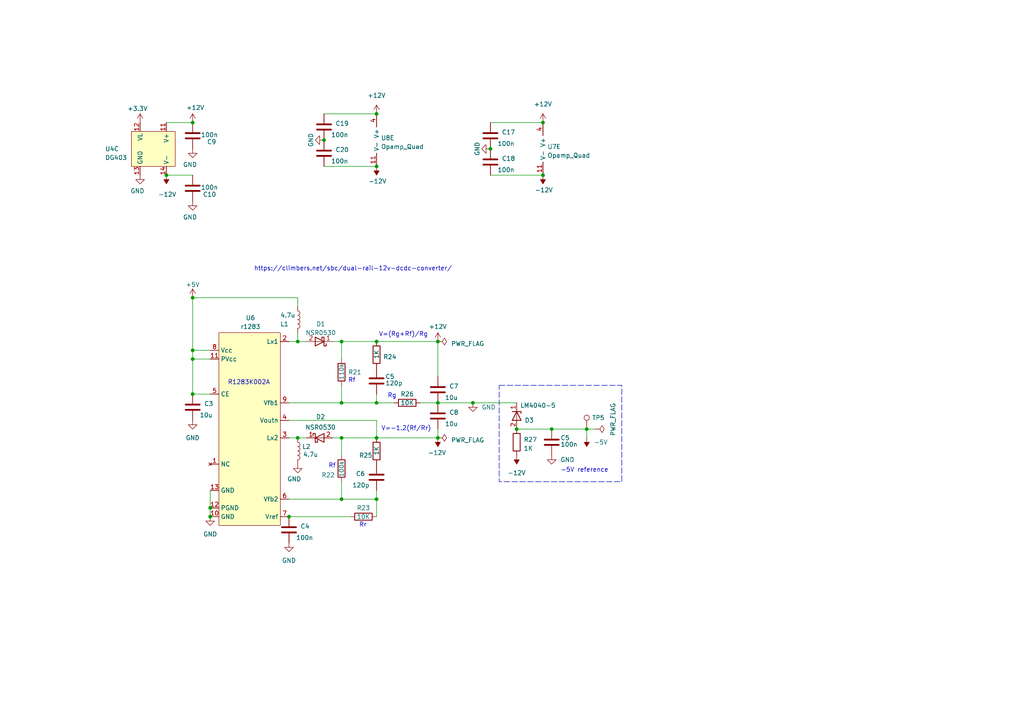
<source format=kicad_sch>
(kicad_sch (version 20230121) (generator eeschema)
  (paper "A4")
  (lib_symbols
    (symbol "Connector:TestPoint" (pin_numbers hide) (pin_names (offset 0.762) hide)
      (property "Reference" "TP" (at 0 6.858 0))
      (property "Value" "TestPoint" (at 0 5.08 0))
      (symbol "TestPoint_0_1"
        (circle (center 0 3.302) (radius 0.762))
      )
      (symbol "TestPoint_1_1"
        (pin passive line (at 0 0 90) (length 2.54) (name "1") (number "1"))
      )
    )
    (symbol "D_Schottky_1" (pin_names (offset 1.016) hide)
      (property "Reference" "D" (at 0 2.54 0))
      (property "Value" "D_Schottky_1" (at 0 -2.54 0))
      (symbol "D_Schottky_1_0_1"
        (polyline (pts (xy 1.27 0) (xy -1.27 0)))
        (polyline (pts (xy 1.27 1.27) (xy 1.27 -1.27) (xy -1.27 0) (xy 1.27 1.27)) (stroke (width 0.254)))
        (polyline (pts (xy -1.905 0.635) (xy -1.905 1.27) (xy -1.27 1.27) (xy -1.27 -1.27) (xy -0.635 -1.27) (xy -0.635 -0.635)) (stroke (width 0.254)))
      )
      (symbol "D_Schottky_1_1_1"
        (pin passive line (at -3.81 0 0) (length 2.54) (name "K") (number "1"))
        (pin passive line (at 3.81 0 180) (length 2.54) (name "A") (number "2"))
      )
    )
    (symbol "Device:C" (pin_numbers hide) (pin_names (offset 0.254))
      (property "Reference" "C" (at 0.635 2.54 0))
      (property "Value" "C" (at 0.635 -2.54 0))
      (symbol "C_0_1"
        (polyline (pts (xy -2.032 -0.762) (xy 2.032 -0.762)) (stroke (width 0.508)))
        (polyline (pts (xy -2.032 0.762) (xy 2.032 0.762)) (stroke (width 0.508)))
      )
      (symbol "C_1_1"
        (pin passive line (at 0 3.81 270) (length 2.794) (name "~") (number "1"))
        (pin passive line (at 0 -3.81 90) (length 2.794) (name "~") (number "2"))
      )
    )
    (symbol "Device:D_Zener" (pin_names (offset 1.016) hide)
      (property "Reference" "D" (at 0 2.54 0))
      (property "Value" "D_Zener" (at 0 -2.54 0))
      (symbol "D_Zener_0_1"
        (polyline (pts (xy 1.27 0) (xy -1.27 0)))
        (polyline (pts (xy -1.27 -1.27) (xy -1.27 1.27) (xy -0.762 1.27)) (stroke (width 0.254)))
        (polyline (pts (xy 1.27 -1.27) (xy 1.27 1.27) (xy -1.27 0) (xy 1.27 -1.27)) (stroke (width 0.254)))
      )
      (symbol "D_Zener_1_1"
        (pin passive line (at -3.81 0 0) (length 2.54) (name "K") (number "1"))
        (pin passive line (at 3.81 0 180) (length 2.54) (name "A") (number "2"))
      )
    )
    (symbol "Device:L" (pin_numbers hide) (pin_names (offset 1.016) hide)
      (property "Reference" "L" (at -1.27 0 90))
      (property "Value" "L" (at 1.905 0 90))
      (symbol "L_0_1"
        (arc (start 0 -2.54) (mid 0.6323 -1.905) (end 0 -1.27))
        (arc (start 0 -1.27) (mid 0.6323 -0.635) (end 0 0))
        (arc (start 0 0) (mid 0.6323 0.635) (end 0 1.27))
        (arc (start 0 1.27) (mid 0.6323 1.905) (end 0 2.54))
      )
      (symbol "L_1_1"
        (pin passive line (at 0 3.81 270) (length 1.27) (name "1") (number "1"))
        (pin passive line (at 0 -3.81 90) (length 1.27) (name "2") (number "2"))
      )
    )
    (symbol "Device:Opamp_Quad"
      (property "Reference" "U" (at 0 5.08 0))
      (property "Value" "Opamp_Quad" (at 0 -5.08 0))
      (symbol "Opamp_Quad_1_1"
        (polyline (pts (xy -5.08 5.08) (xy 5.08 0) (xy -5.08 -5.08) (xy -5.08 5.08)) (stroke (width 0.254)) (fill (type background)))
        (pin output line (at 7.62 0 180) (length 2.54) (name "~") (number "1"))
        (pin input line (at -7.62 -2.54 0) (length 2.54) (name "-") (number "2"))
        (pin input line (at -7.62 2.54 0) (length 2.54) (name "+") (number "3"))
      )
      (symbol "Opamp_Quad_2_1"
        (polyline (pts (xy -5.08 5.08) (xy 5.08 0) (xy -5.08 -5.08) (xy -5.08 5.08)) (stroke (width 0.254)) (fill (type background)))
        (pin input line (at -7.62 2.54 0) (length 2.54) (name "+") (number "5"))
        (pin input line (at -7.62 -2.54 0) (length 2.54) (name "-") (number "6"))
        (pin output line (at 7.62 0 180) (length 2.54) (name "~") (number "7"))
      )
      (symbol "Opamp_Quad_3_1"
        (polyline (pts (xy -5.08 5.08) (xy 5.08 0) (xy -5.08 -5.08) (xy -5.08 5.08)) (stroke (width 0.254)) (fill (type background)))
        (pin input line (at -7.62 2.54 0) (length 2.54) (name "+") (number "10"))
        (pin output line (at 7.62 0 180) (length 2.54) (name "~") (number "8"))
        (pin input line (at -7.62 -2.54 0) (length 2.54) (name "-") (number "9"))
      )
      (symbol "Opamp_Quad_4_1"
        (polyline (pts (xy -5.08 5.08) (xy 5.08 0) (xy -5.08 -5.08) (xy -5.08 5.08)) (stroke (width 0.254)) (fill (type background)))
        (pin input line (at -7.62 2.54 0) (length 2.54) (name "+") (number "12"))
        (pin input line (at -7.62 -2.54 0) (length 2.54) (name "-") (number "13"))
        (pin output line (at 7.62 0 180) (length 2.54) (name "~") (number "14"))
      )
      (symbol "Opamp_Quad_5_1"
        (pin power_in line (at -2.54 -7.62 90) (length 3.81) (name "V-") (number "11"))
        (pin power_in line (at -2.54 7.62 270) (length 3.81) (name "V+") (number "4"))
      )
    )
    (symbol "Device:R" (pin_numbers hide) (pin_names (offset 0))
      (property "Reference" "R" (at 2.032 0 90))
      (property "Value" "R" (at 0 0 90))
      (symbol "R_0_1"
        (rectangle (start -1.016 -2.54) (end 1.016 2.54) (stroke (width 0.254)))
      )
      (symbol "R_1_1"
        (pin passive line (at 0 3.81 270) (length 1.27) (name "~") (number "1"))
        (pin passive line (at 0 -3.81 90) (length 1.27) (name "~") (number "2"))
      )
    )
    (symbol "awg_lib:DG403"
      (property "Reference" "U" (at -1.905 1.27 0))
      (property "Value" "DG403" (at -1.27 -0.635 0))
      (symbol "DG403_1_1"
        (rectangle (start -17.78 -2.54) (end -2.54 -15.24) (fill (type background)))
        (circle (center -8.89 -12.7) (radius 0.3592))
        (circle (center -8.89 -10.16) (radius 0.3592))
        (circle (center -6.35 -12.7) (radius 0.3592))
        (circle (center -6.35 -10.16) (radius 0.3592))
        (polyline (pts (xy -13.97 -12.7) (xy -8.89 -12.7)))
        (polyline (pts (xy -13.97 -10.16) (xy -8.89 -10.16)))
        (polyline (pts (xy -8.89 -12.7) (xy -6.35 -12.7)))
        (polyline (pts (xy -8.89 -10.16) (xy -6.35 -8.89)))
        (polyline (pts (xy -13.335 -5.08) (xy -7.62 -5.08) (xy -7.62 -12.7)) (stroke (width 0) (type dash)))
        (pin input line (at 0 -10.16 180) (length 2.54) (name "D1") (number "1"))
        (pin input line (at -20.32 -5.08 0) (length 2.54) (name "IN1") (number "15"))
        (pin input line (at -20.32 -10.16 0) (length 2.54) (name "S1") (number "16"))
        (pin input line (at 0 -12.7 180) (length 2.54) (name "D3") (number "3"))
        (pin input line (at -20.32 -12.7 0) (length 2.54) (name "S3") (number "4"))
      )
      (symbol "DG403_2_1"
        (rectangle (start -7.62 -2.54) (end 7.62 -15.24) (fill (type background)))
        (polyline (pts (xy -3.81 -12.7) (xy 1.27 -12.7)))
        (polyline (pts (xy -3.81 -10.16) (xy 1.27 -10.16)))
        (polyline (pts (xy 1.27 -12.7) (xy 3.81 -12.7)))
        (polyline (pts (xy 1.27 -10.16) (xy 3.81 -8.89)))
        (polyline (pts (xy -3.175 -5.08) (xy 2.54 -5.08) (xy 2.54 -12.7)) (stroke (width 0) (type dash)))
        (circle (center 1.27 -12.7) (radius 0.3592))
        (circle (center 1.27 -10.16) (radius 0.3592))
        (circle (center 3.81 -12.7) (radius 0.3592))
        (circle (center 3.81 -10.16) (radius 0.3592))
        (pin input line (at -10.16 -5.08 0) (length 2.54) (name "IN2") (number "10"))
        (pin input line (at -10.16 -12.7 0) (length 2.54) (name "S4") (number "5"))
        (pin input line (at 10.16 -12.7 180) (length 2.54) (name "D4") (number "6"))
        (pin input line (at 10.16 -10.16 180) (length 2.54) (name "D2") (number "8"))
        (pin input line (at -10.16 -10.16 0) (length 2.54) (name "S2") (number "9"))
      )
      (symbol "DG403_3_0"
        (pin no_connect line (at 7.62 -12.7 180) (length 2.54) hide (name "NC") (number "2"))
        (pin no_connect line (at -10.16 -12.7 0) (length 2.54) hide (name "NC") (number "7"))
      )
      (symbol "DG403_3_1"
        (rectangle (start -7.62 -7.62) (end 5.08 -17.78) (fill (type background)))
        (pin power_in line (at 2.54 -5.08 270) (length 2.54) (name "V+") (number "11"))
        (pin power_in line (at -5.08 -5.08 270) (length 2.54) (name "VL") (number "12"))
        (pin power_in line (at -5.08 -20.32 90) (length 2.54) (name "GND") (number "13"))
        (pin power_in line (at 2.54 -20.32 90) (length 2.54) (name "V-") (number "14"))
      )
    )
    (symbol "awg_lib:r1283"
      (property "Reference" "U" (at -5.08 -2.54 0))
      (property "Value" "r1283" (at -5.08 -0.762 0))
      (symbol "r1283_0_1"
        (rectangle (start -15.24 -5.08) (end 2.54 -60.96) (fill (type background)))
        (rectangle (start -5.842 -5.842) (end -5.842 -5.842))
      )
      (symbol "r1283_1_1"
        (pin no_connect line (at -17.78 -43.18 0) (length 2.54) (name "NC") (number "1"))
        (pin power_in line (at -17.78 -58.42 0) (length 2.54) (name "GND") (number "10"))
        (pin power_in line (at -17.78 -12.7 0) (length 2.54) (name "PVcc") (number "11"))
        (pin power_in line (at -17.78 -55.88 0) (length 2.54) (name "PGND") (number "12"))
        (pin input line (at -17.78 -50.8 0) (length 2.54) (name "GND") (number "13"))
        (pin input line (at 5.08 -7.62 180) (length 2.54) (name "Lx1") (number "2"))
        (pin input line (at 5.08 -35.56 180) (length 2.54) (name "Lx2") (number "3"))
        (pin input line (at 5.08 -30.48 180) (length 2.54) (name "Voutn") (number "4"))
        (pin input line (at -17.78 -22.86 0) (length 2.54) (name "CE") (number "5"))
        (pin input line (at 5.08 -53.34 180) (length 2.54) (name "Vfb2") (number "6"))
        (pin input line (at 5.08 -58.42 180) (length 2.54) (name "Vref") (number "7"))
        (pin power_in line (at -17.78 -10.16 0) (length 2.54) (name "Vcc") (number "8"))
        (pin input line (at 5.08 -25.4 180) (length 2.54) (name "Vfb1") (number "9"))
      )
    )
    (symbol "power:+12V" (power) (pin_names (offset 0))
      (property "Value" "+12V" (at 0 3.556 0))
      (symbol "+12V_0_1"
        (polyline (pts (xy -0.762 1.27) (xy 0 2.54)))
        (polyline (pts (xy 0 0) (xy 0 2.54)))
        (polyline (pts (xy 0 2.54) (xy 0.762 1.27)))
      )
      (symbol "+12V_1_1"
        (pin power_in line (at 0 0 90) (length 0) hide (name "+12V") (number "1"))
      )
    )
    (symbol "power:+3.3V" (power) (pin_names (offset 0))
      (property "Value" "+3.3V" (at 0 3.556 0))
      (symbol "+3.3V_0_1"
        (polyline (pts (xy -0.762 1.27) (xy 0 2.54)))
        (polyline (pts (xy 0 0) (xy 0 2.54)))
        (polyline (pts (xy 0 2.54) (xy 0.762 1.27)))
      )
      (symbol "+3.3V_1_1"
        (pin power_in line (at 0 0 90) (length 0) hide (name "+3.3V") (number "1"))
      )
    )
    (symbol "power:+5V" (power) (pin_names (offset 0))
      (property "Value" "+5V" (at 0 3.556 0))
      (symbol "+5V_0_1"
        (polyline (pts (xy -0.762 1.27) (xy 0 2.54)))
        (polyline (pts (xy 0 0) (xy 0 2.54)))
        (polyline (pts (xy 0 2.54) (xy 0.762 1.27)))
      )
      (symbol "+5V_1_1"
        (pin power_in line (at 0 0 90) (length 0) hide (name "+5V") (number "1"))
      )
    )
    (symbol "power:-12V" (power) (pin_names (offset 0))
      (property "Value" "-12V" (at 0 3.81 0))
      (symbol "-12V_0_0"
        (pin power_in line (at 0 0 90) (length 0) hide (name "-12V") (number "1"))
      )
      (symbol "-12V_0_1"
        (polyline (pts (xy 0 0) (xy 0 1.27) (xy 0.762 1.27) (xy 0 2.54) (xy -0.762 1.27) (xy 0 1.27)) (fill (type outline)))
      )
    )
    (symbol "power:-5V" (power) (pin_names (offset 0))
      (property "Value" "-5V" (at 0 3.81 0))
      (symbol "-5V_0_0"
        (pin power_in line (at 0 0 90) (length 0) hide (name "-5V") (number "1"))
      )
      (symbol "-5V_0_1"
        (polyline (pts (xy 0 0) (xy 0 1.27) (xy 0.762 1.27) (xy 0 2.54) (xy -0.762 1.27) (xy 0 1.27)) (fill (type outline)))
      )
    )
    (symbol "power:GND" (power) (pin_names (offset 0))
      (property "Value" "GND" (at 0 -3.81 0))
      (symbol "GND_0_1"
        (polyline (pts (xy 0 0) (xy 0 -1.27) (xy 1.27 -1.27) (xy 0 -2.54) (xy -1.27 -1.27) (xy 0 -1.27)))
      )
      (symbol "GND_1_1"
        (pin power_in line (at 0 0 270) (length 0) hide (name "GND") (number "1"))
      )
    )
    (symbol "power:PWR_FLAG" (power) (pin_numbers hide) (pin_names (offset 0) hide)
      (property "Value" "PWR_FLAG" (at 0 3.81 0))
      (symbol "PWR_FLAG_0_0"
        (pin power_out line (at 0 0 90) (length 0) (name "pwr") (number "1"))
      )
      (symbol "PWR_FLAG_0_1"
        (polyline (pts (xy 0 0) (xy 0 1.27) (xy -1.016 1.905) (xy 0 2.54) (xy 1.016 1.905) (xy 0 1.27)))
      )
    )
  )
  (junction (at 48.26 50.8))
  (junction (at 55.88 86.36))
  (junction (at 109.22 48.26))
  (junction (at 99.06 99.06))
  (junction (at 60.96 147.32))
  (junction (at 137.16 116.84))
  (junction (at 160.02 124.46))
  (junction (at 157.48 50.8))
  (junction (at 149.86 124.46))
  (junction (at 157.48 35.56))
  (junction (at 93.98 40.64))
  (junction (at 55.88 101.6))
  (junction (at 109.22 33.02))
  (junction (at 109.22 144.78))
  (junction (at 109.22 99.06))
  (junction (at 99.06 116.84))
  (junction (at 127 127))
  (junction (at 142.24 43.18))
  (junction (at 99.06 144.78))
  (junction (at 99.06 127))
  (junction (at 109.22 127))
  (junction (at 86.36 127))
  (junction (at 55.88 114.3))
  (junction (at 55.88 104.14))
  (junction (at 83.82 149.86))
  (junction (at 170.18 124.46))
  (junction (at 127 116.84))
  (junction (at 60.96 149.86))
  (junction (at 109.22 116.84))
  (junction (at 55.88 35.56))
  (junction (at 86.36 99.06))
  (junction (at 127 99.06))
  (wire (pts (xy 96.52 99.06) (xy 99.06 99.06)))
  (wire (pts (xy 142.24 35.56) (xy 157.48 35.56)))
  (wire (pts (xy 88.9 99.06) (xy 86.36 99.06)))
  (wire (pts (xy 170.18 127) (xy 170.18 124.46)))
  (wire (pts (xy 109.22 149.86) (xy 109.22 144.78)))
  (wire (pts (xy 101.6 149.86) (xy 83.82 149.86)))
  (wire (pts (xy 55.88 114.3) (xy 55.88 104.14)))
  (wire (pts (xy 142.24 50.8) (xy 157.48 50.8)))
  (wire (pts (xy 99.06 139.7) (xy 99.06 144.78)))
  (wire (pts (xy 109.22 121.92) (xy 109.22 127)))
  (wire (pts (xy 109.22 142.24) (xy 109.22 144.78)))
  (wire (pts (xy 99.06 132.08) (xy 99.06 127)))
  (wire (pts (xy 83.82 116.84) (xy 99.06 116.84)))
  (wire (pts (xy 86.36 99.06) (xy 83.82 99.06)))
  (wire (pts (xy 137.16 116.84) (xy 149.86 116.84)))
  (wire (pts (xy 88.9 127) (xy 86.36 127)))
  (wire (pts (xy 127 124.46) (xy 127 127)))
  (wire (pts (xy 55.88 114.3) (xy 60.96 114.3)))
  (wire (pts (xy 99.06 99.06) (xy 99.06 104.14)))
  (wire (pts (xy 99.06 111.76) (xy 99.06 116.84)))
  (wire (pts (xy 96.52 127) (xy 99.06 127)))
  (wire (pts (xy 86.36 127) (xy 83.82 127)))
  (wire (pts (xy 109.22 114.3) (xy 109.22 116.84)))
  (wire (pts (xy 86.36 86.36) (xy 86.36 88.9)))
  (wire (pts (xy 93.98 33.02) (xy 109.22 33.02)))
  (wire (pts (xy 109.22 127) (xy 127 127)))
  (wire (pts (xy 99.06 127) (xy 109.22 127)))
  (wire (pts (xy 55.88 86.36) (xy 86.36 86.36)))
  (wire (pts (xy 48.26 50.8) (xy 55.88 50.8)))
  (wire (pts (xy 55.88 104.14) (xy 60.96 104.14)))
  (wire (pts (xy 93.98 48.26) (xy 109.22 48.26)))
  (wire (pts (xy 55.88 86.36) (xy 55.88 101.6)))
  (wire (pts (xy 55.88 104.14) (xy 55.88 101.6)))
  (wire (pts (xy 149.86 124.46) (xy 160.02 124.46)))
  (wire (pts (xy 99.06 99.06) (xy 109.22 99.06)))
  (wire (pts (xy 99.06 144.78) (xy 83.82 144.78)))
  (wire (pts (xy 172.72 124.46) (xy 170.18 124.46)))
  (wire (pts (xy 109.22 116.84) (xy 114.3 116.84)))
  (wire (pts (xy 60.96 147.32) (xy 60.96 149.86)))
  (wire (pts (xy 121.92 116.84) (xy 127 116.84)))
  (wire (pts (xy 109.22 144.78) (xy 99.06 144.78)))
  (wire (pts (xy 99.06 116.84) (xy 109.22 116.84)))
  (wire (pts (xy 127 109.22) (xy 127 99.06)))
  (wire (pts (xy 83.82 121.92) (xy 109.22 121.92)))
  (wire (pts (xy 55.88 101.6) (xy 60.96 101.6)))
  (wire (pts (xy 86.36 96.52) (xy 86.36 99.06)))
  (wire (pts (xy 60.96 142.24) (xy 60.96 147.32)))
  (wire (pts (xy 109.22 99.06) (xy 127 99.06)))
  (wire (pts (xy 55.88 35.56) (xy 48.26 35.56)))
  (wire (pts (xy 160.02 124.46) (xy 170.18 124.46)))
  (wire (pts (xy 127 116.84) (xy 137.16 116.84)))
  (rectangle (start 144.78 111.76) (end 180.34 139.7) (stroke (width 0) (type dash)))
  (text "V=-1.2(Rf/Rr)" (at 125.095 125.095 0) (effects (font (size 1.27 1.27)) (justify right bottom)))
  (text "-5V reference" (at 162.56 137.16 0) (effects (font (size 1.27 1.27)) (justify left bottom)))
  (text "R1283K002A" (at 66.04 111.76 0) (effects (font (size 1.27 1.27)) (justify left bottom)))
  (text "Rf" (at 100.965 111.125 0) (effects (font (size 1.27 1.27)) (justify left bottom)))
  (text "https://climbers.net/sbc/dual-rail-12v-dcdc-converter/" (at 73.66 78.74 0) (effects (font (size 1.27 1.27)) (justify left bottom)))
  (text "V=(Rg+Rf)/Rg" (at 109.855 97.79 0) (effects (font (size 1.27 1.27)) (justify left bottom)))
  (text "Rf" (at 95.25 135.89 0) (effects (font (size 1.27 1.27)) (justify left bottom)))
  (text "Rg" (at 112.395 115.57 0) (effects (font (size 1.27 1.27)) (justify left bottom)))
  (text "Rr" (at 104.14 153.035 0) (effects (font (size 1.27 1.27)) (justify left bottom)))
  (symbol (lib_id "power:-5V") (at 170.18 127 180) (unit 1)
    (property "Reference" "#PWR023" (effects hide))
    (property "Value" "-5V" (at 172.212 128.2699 0) (effects (justify right)))
    (instances (project "awg" (path "" (reference "#PWR023") (unit 1)) (path "" (reference "#PWR01048") (unit 1))))
  )
  (symbol (lib_id "Device:R") (at 109.22 130.81 0) (unit 1)
    (property "Reference" "R25" (at 104.14 132.08 0) (effects (justify left)))
    (property "Value" "1K" (at 109.22 132.08 90) (effects (justify left)))
    (property "Footprint" "Resistor_SMD:R_0603_1608Metric" (effects hide))
    (property "BUY" "https://www.digikey.com/en/products/detail/stackpole-electronics-inc/RNCP0603FTD1K00/2240106" (effects hide))
    (instances (project "awg" (path "" (reference "R25") (unit 1)) (path "" (reference "R27") (unit 1))))
  )
  (symbol (lib_id "Device:C") (at 93.98 44.45 0) (unit 1)
    (property "Reference" "C20" (at 97.282 43.434 0) (effects (justify left)))
    (property "Value" "100n" (at 96.012 46.736 0) (effects (justify left)))
    (property "Footprint" "Capacitor_SMD:C_0603_1608Metric_Pad1.08x0.95mm_HandSolder" (effects hide))
    (instances (project "awg" (path "" (reference "C20") (unit 1)) (path "" (reference "C13") (unit 1))))
  )
  (symbol (lib_id "power:+12V") (at 55.88 35.56 0) (unit 1)
    (property "Reference" "#PWR020" (effects hide))
    (property "Value" "+12V" (at 56.642 31.242 0))
    (instances (project "awg" (path "" (reference "#PWR020") (unit 1)) (path "" (reference "#PWR01029") (unit 1))))
  )
  (symbol (lib_id "Device:L") (at 86.36 130.81 0) (unit 1)
    (property "Reference" "L2" (at 87.63 129.5399 0) (effects (justify left)))
    (property "Value" "4.7u" (at 87.884 131.826 0) (effects (justify left)))
    (property "Footprint" "awg_fp_lib:NRH2410" (effects hide))
  )
  (symbol (lib_id "Device:R") (at 109.22 102.87 0) (unit 1)
    (property "Reference" "R24" (at 111.125 103.505 0) (effects (justify left)))
    (property "Value" "1K" (at 109.22 104.14 90) (effects (justify left)))
    (property "Footprint" "Resistor_SMD:R_0603_1608Metric" (effects hide))
    (instances (project "awg" (path "" (reference "R24") (unit 1)) (path "" (reference "R26") (unit 1))))
  )
  (symbol (lib_id "Device:R") (at 149.86 128.27 0) (unit 1)
    (property "Reference" "R27" (at 151.892 127.508 0) (effects (justify left)))
    (property "Value" "1K" (at 151.892 130.048 0) (effects (justify left)))
    (property "Footprint" "Resistor_SMD:R_0603_1608Metric" (effects hide))
    (instances (project "awg" (path "" (reference "R27") (unit 1)) (path "" (reference "R30") (unit 1))))
  )
  (symbol (lib_id "Device:C") (at 55.88 54.61 180) (unit 1)
    (property "Reference" "C10" (at 62.738 56.388 0) (effects (justify left)))
    (property "Value" "100n" (at 63.246 54.356 0) (effects (justify left)))
    (property "Footprint" "Capacitor_SMD:C_0603_1608Metric_Pad1.08x0.95mm_HandSolder" (effects hide))
    (instances (project "awg" (path "" (reference "C10") (unit 1)) (path "" (reference "C11") (unit 1))))
  )
  (symbol (lib_id "power:PWR_FLAG") (at 172.72 124.46 270) (unit 1)
    (property "Reference" "#FLG03" (effects hide))
    (property "Value" "PWR_FLAG" (at 177.8 116.84 0) (effects (justify left)))
    (instances (project "awg" (path "" (reference "#FLG03") (unit 1)) (path "" (reference "#FLG01003") (unit 1))))
  )
  (symbol (lib_id "Connector:TestPoint") (at 170.18 124.46 0) (unit 1) (in_bom no)
    (property "Reference" "TP5" (at 171.704 121.158 0) (effects (justify left)))
    (property "Value" "TestPoint" (effects hide))
    (property "Footprint" "TestPoint:TestPoint_THTPad_1.5x1.5mm_Drill0.7mm" (effects hide))
  )
  (symbol (lib_id "Device:Opamp_Quad") (at 111.76 40.64 0) (unit 5)
    (property "Reference" "U8" (at 110.49 40.005 0) (effects (justify left)))
    (property "Value" "Opamp_Quad" (at 110.49 42.545 0) (effects (justify left)))
    (property "Footprint" "awg_fp_lib:SOIC-14" (effects hide))
    (instances (project "awg" (path "" (reference "U8") (unit 5)) (path "" (reference "U4") (unit 5))))
  )
  (symbol (lib_id "power:GND") (at 142.24 43.18 270) (unit 1)
    (property "Reference" "#PWR051" (effects hide))
    (property "Value" "GND" (at 138.43 45.212 0) (effects (justify right)))
    (instances (project "awg" (path "" (reference "#PWR051") (unit 1)) (path "" (reference "#PWR01043") (unit 1))))
  )
  (symbol (lib_id "power:GND") (at 86.36 134.62 0) (unit 1)
    (property "Reference" "#PWR018" (effects hide))
    (property "Value" "GND" (at 87.376 138.938 0) (effects (justify right)))
    (instances (project "awg" (path "" (reference "#PWR018") (unit 1)) (path "" (reference "#PWR01036") (unit 1))))
  )
  (symbol (lib_id "Device:Opamp_Quad") (at 160.02 43.18 0) (unit 5)
    (property "Reference" "U7" (at 158.75 42.545 0) (effects (justify left)))
    (property "Value" "Opamp_Quad" (at 158.75 45.085 0) (effects (justify left)))
    (property "Footprint" "awg_fp_lib:SOIC-14" (effects hide))
    (property "BUY" "https://www.digikey.com/en/products/detail/onsemi/MC33274ADR2G/920884" (effects hide))
    (instances (project "awg" (path "" (reference "U7") (unit 5)) (path "" (reference "U2") (unit 5))))
  )
  (symbol (lib_id "power:+12V") (at 157.48 35.56 0) (unit 1)
    (property "Reference" "#PWR054" (effects hide))
    (property "Value" "+12V" (at 157.48 30.226 0))
    (instances (project "awg" (path "" (reference "#PWR054") (unit 1)) (path "" (reference "#PWR01045") (unit 1))))
  )
  (symbol (lib_id "power:PWR_FLAG") (at 127 99.06 270) (unit 1)
    (property "Reference" "#FLG01" (effects hide))
    (property "Value" "PWR_FLAG" (at 130.81 99.695 90) (effects (justify left)))
    (instances (project "awg" (path "" (reference "#FLG01") (unit 1)) (path "" (reference "#FLG01001") (unit 1))))
  )
  (symbol (lib_id "Device:C") (at 109.22 138.43 0) (mirror y) (unit 1)
    (property "Reference" "C6" (at 105.918 137.414 0) (effects (justify left)))
    (property "Value" "120p" (at 107.188 140.716 0) (effects (justify left)))
    (property "Footprint" "Capacitor_SMD:C_0603_1608Metric_Pad1.08x0.95mm_HandSolder" (effects hide))
    (property "BUY" "https://www.digikey.com/en/products/detail/walsin-technology-corporation/0603N121J500CT/9354978" (effects hide))
  )
  (symbol (lib_id "Device:C") (at 55.88 118.11 0) (unit 1)
    (property "Reference" "C3" (at 59.182 117.094 0) (effects (justify left)))
    (property "Value" "10u" (at 57.912 120.396 0) (effects (justify left)))
    (property "Footprint" "Capacitor_SMD:C_0805_2012Metric_Pad1.18x1.45mm_HandSolder" (effects hide))
    (property "BUY" "https://www.digikey.com/en/products/detail/samsung-electro-mechanics/CL21A106KAYNNNG/3894413" (effects hide))
  )
  (symbol (lib_id "power:GND") (at 55.88 58.42 0) (unit 1)
    (property "Reference" "#PWR0120" (effects hide))
    (property "Value" "GND" (at 57.15 62.992 0) (effects (justify right)))
    (instances (project "awg" (path "" (reference "#PWR0120") (unit 1)) (path "" (reference "#PWR01031") (unit 1))))
  )
  (symbol (lib_id "power:-12V") (at 109.22 48.26 180) (unit 1)
    (property "Reference" "#PWR058" (effects hide))
    (property "Value" "-12V" (at 109.474 52.578 0))
    (instances (project "awg" (path "" (reference "#PWR058") (unit 1)) (path "" (reference "#PWR01039") (unit 1))))
  )
  (symbol (lib_id "power:-12V") (at 149.86 132.08 180) (unit 1)
    (property "Reference" "#PWR022" (effects hide))
    (property "Value" "-12V" (at 149.86 137.16 0))
    (instances (project "awg" (path "" (reference "#PWR022") (unit 1)) (path "" (reference "#PWR01044") (unit 1))))
  )
  (symbol (lib_id "Device:C") (at 109.22 110.49 0) (unit 1)
    (property "Reference" "C5" (at 111.76 109.22 0) (effects (justify left)))
    (property "Value" "120p" (at 111.76 111.125 0) (effects (justify left)))
    (property "Footprint" "Capacitor_SMD:C_0603_1608Metric_Pad1.08x0.95mm_HandSolder" (effects hide))
  )
  (symbol (lib_id "power:+12V") (at 109.22 33.02 0) (unit 1)
    (property "Reference" "#PWR057" (effects hide))
    (property "Value" "+12V" (at 109.22 27.686 0))
    (instances (project "awg" (path "" (reference "#PWR057") (unit 1)) (path "" (reference "#PWR01038") (unit 1))))
  )
  (symbol (lib_name "D_Schottky_1") (lib_id "Device:D_Schottky") (at 92.71 99.06 180) (unit 1)
    (property "Reference" "D1" (at 93.0275 93.98 0))
    (property "Value" "NSR0530" (at 93.0275 96.52 0))
    (property "Footprint" "Diode_SMD:D_SOD-323_HandSoldering" (effects hide))
  )
  (symbol (lib_id "Device:C") (at 93.98 36.83 0) (unit 1)
    (property "Reference" "C19" (at 97.282 35.814 0) (effects (justify left)))
    (property "Value" "100n" (at 96.012 39.116 0) (effects (justify left)))
    (property "Footprint" "Capacitor_SMD:C_0603_1608Metric_Pad1.08x0.95mm_HandSolder" (effects hide))
    (instances (project "awg" (path "" (reference "C19") (unit 1)) (path "" (reference "C12") (unit 1))))
  )
  (symbol (lib_id "Device:C") (at 127 113.03 0) (unit 1)
    (property "Reference" "C7" (at 130.302 112.014 0) (effects (justify left)))
    (property "Value" "10u" (at 129.032 115.316 0) (effects (justify left)))
    (property "Footprint" "Capacitor_SMD:C_0805_2012Metric_Pad1.18x1.45mm_HandSolder" (effects hide))
  )
  (symbol (lib_id "Device:C") (at 55.88 39.37 180) (unit 1)
    (property "Reference" "C9" (at 62.738 41.148 0) (effects (justify left)))
    (property "Value" "100n" (at 63.246 39.116 0) (effects (justify left)))
    (property "Footprint" "Capacitor_SMD:C_0603_1608Metric_Pad1.08x0.95mm_HandSolder" (effects hide))
    (instances (project "awg" (path "" (reference "C9") (unit 1)) (path "" (reference "C10") (unit 1))))
  )
  (symbol (lib_id "power:GND") (at 60.96 149.86 0) (unit 1)
    (property "Reference" "#PWR016" (effects hide))
    (property "Value" "GND" (at 60.96 154.94 0))
    (instances (project "awg" (path "" (reference "#PWR016") (unit 1)) (path "" (reference "#PWR01034") (unit 1))))
  )
  (symbol (lib_id "power:GND") (at 93.98 40.64 270) (unit 1)
    (property "Reference" "#PWR056" (effects hide))
    (property "Value" "GND" (at 90.17 42.672 0) (effects (justify right)))
    (instances (project "awg" (path "" (reference "#PWR056") (unit 1)) (path "" (reference "#PWR01037") (unit 1))))
  )
  (symbol (lib_name "D_Schottky_1") (lib_id "Device:D_Schottky") (at 92.71 127 0) (unit 1)
    (property "Reference" "D2" (at 92.964 120.904 0))
    (property "Value" "NSR0530" (at 92.964 123.952 0))
    (property "Footprint" "Diode_SMD:D_SOD-323_HandSoldering" (effects hide))
  )
  (symbol (lib_id "power:+12V") (at 127 99.06 0) (unit 1)
    (property "Reference" "#PWR019" (effects hide))
    (property "Value" "+12V" (at 127 94.742 0))
    (instances (project "awg" (path "" (reference "#PWR019") (unit 1)) (path "" (reference "#PWR01040") (unit 1))))
  )
  (symbol (lib_id "power:GND") (at 40.64 50.8 0) (unit 1)
    (property "Reference" "#PWR018" (effects hide))
    (property "Value" "GND" (at 41.91 55.372 0) (effects (justify right)))
    (instances (project "awg" (path "" (reference "#PWR018") (unit 1)) (path "" (reference "#PWR01027") (unit 1))))
  )
  (symbol (lib_id "awg_lib:DG403") (at 45.72 30.48 0) (unit 3)
    (property "Reference" "U4" (at 30.48 43.18 0) (effects (justify left)))
    (property "Value" "DG403" (at 30.48 45.72 0) (effects (justify left)))
    (property "Footprint" "Package_SO:TSSOP-16-1EP_4.4x5mm_P0.65mm" (effects hide))
    (instances (project "awg" (path "" (reference "U4") (unit 3)) (path "" (reference "U3") (unit 3))))
  )
  (symbol (lib_id "power:-12V") (at 157.48 50.8 180) (unit 1)
    (property "Reference" "#PWR055" (effects hide))
    (property "Value" "-12V" (at 157.734 55.118 0))
    (instances (project "awg" (path "" (reference "#PWR055") (unit 1)) (path "" (reference "#PWR01046") (unit 1))))
  )
  (symbol (lib_id "Device:C") (at 142.24 46.99 0) (unit 1)
    (property "Reference" "C18" (at 145.542 45.974 0) (effects (justify left)))
    (property "Value" "100n" (at 144.272 49.276 0) (effects (justify left)))
    (property "Footprint" "Capacitor_SMD:C_0603_1608Metric_Pad1.08x0.95mm_HandSolder" (effects hide))
    (instances (project "awg" (path "" (reference "C18") (unit 1)) (path "" (reference "C15") (unit 1))))
  )
  (symbol (lib_id "power:+5V") (at 55.88 86.36 0) (unit 1)
    (property "Reference" "#PWR014" (effects hide))
    (property "Value" "+5V" (at 55.88 82.55 0))
    (instances (project "awg" (path "" (reference "#PWR014") (unit 1)) (path "" (reference "#PWR01032") (unit 1))))
  )
  (symbol (lib_id "Device:R") (at 99.06 135.89 0) (mirror y) (unit 1)
    (property "Reference" "R22" (at 97.155 137.795 0) (effects (justify left)))
    (property "Value" "100k" (at 99.06 138.43 90) (effects (justify left)))
    (property "Footprint" "Resistor_SMD:R_0603_1608Metric" (effects hide))
    (property "BUY" "https://www.digikey.com/en/products/detail/yageo/RC0603FR-07110KL/726905" (effects hide))
    (instances (project "awg" (path "" (reference "R22") (unit 1)) (path "" (reference "R25") (unit 1))))
  )
  (symbol (lib_id "power:GND") (at 160.02 132.08 0) (unit 1)
    (property "Reference" "#PWR021" (effects hide))
    (property "Value" "GND" (at 166.624 133.35 0) (effects (justify right)))
    (instances (project "awg" (path "" (reference "#PWR021") (unit 1)) (path "" (reference "#PWR01047") (unit 1))))
  )
  (symbol (lib_id "power:PWR_FLAG") (at 127 127 270) (unit 1)
    (property "Reference" "#FLG02" (effects hide))
    (property "Value" "PWR_FLAG" (at 130.81 127.635 90) (effects (justify left)))
    (instances (project "awg" (path "" (reference "#FLG02") (unit 1)) (path "" (reference "#FLG01002") (unit 1))))
  )
  (symbol (lib_id "power:-12V") (at 48.26 50.8 180) (unit 1)
    (property "Reference" "#PWR019" (effects hide))
    (property "Value" "-12V" (at 48.514 56.388 0))
    (instances (project "awg" (path "" (reference "#PWR019") (unit 1)) (path "" (reference "#PWR01028") (unit 1))))
  )
  (symbol (lib_id "Device:R") (at 118.11 116.84 270) (unit 1)
    (property "Reference" "R26" (at 118.11 114.3 90))
    (property "Value" "10K" (at 118.11 116.84 90))
    (property "Footprint" "Resistor_SMD:R_0603_1608Metric" (effects hide))
    (instances (project "awg" (path "" (reference "R26") (unit 1)) (path "" (reference "R29") (unit 1))))
  )
  (symbol (lib_id "power:GND") (at 55.88 121.92 0) (unit 1)
    (property "Reference" "#PWR015" (effects hide))
    (property "Value" "GND" (at 55.88 127 0))
    (instances (project "awg" (path "" (reference "#PWR015") (unit 1)) (path "" (reference "#PWR01033") (unit 1))))
  )
  (symbol (lib_id "awg_lib:r1283") (at 78.74 91.44 0) (unit 1)
    (property "Reference" "U6" (at 72.644 92.202 0))
    (property "Value" "r1283" (at 72.644 94.742 0))
    (property "Footprint" "awg_fp_lib:DFN-12" (effects hide))
    (property "BUY" "https://www.digikey.com/en/products/detail/nisshinbo-micro-devices-inc/R1283K001C-TR/10212797" (effects hide))
    (instances (project "awg" (path "" (reference "U6") (unit 1)) (path "" (reference "U1") (unit 1))))
  )
  (symbol (lib_id "power:GND") (at 137.16 116.84 0) (unit 1)
    (property "Reference" "#PWR021" (effects hide))
    (property "Value" "GND" (at 143.764 118.11 0) (effects (justify right)))
    (instances (project "awg" (path "" (reference "#PWR021") (unit 1)) (path "" (reference "#PWR01042") (unit 1))))
  )
  (symbol (lib_id "Device:C") (at 127 120.65 0) (unit 1)
    (property "Reference" "C8" (at 130.302 119.634 0) (effects (justify left)))
    (property "Value" "10u" (at 129.032 122.936 0) (effects (justify left)))
    (property "Footprint" "Capacitor_SMD:C_0805_2012Metric_Pad1.18x1.45mm_HandSolder" (effects hide))
  )
  (symbol (lib_id "Device:D_Zener") (at 149.86 120.65 270) (unit 1)
    (property "Reference" "D3" (at 152.146 121.9201 90) (effects (justify left)))
    (property "Value" "LM4040-5" (at 150.876 117.602 90) (effects (justify left)))
    (property "Footprint" "Package_TO_SOT_SMD:SOT-23" (effects hide))
    (property "BUY" "https://www.digikey.com/en/products/detail/microchip-technology/LM4040DYM3-5-0-TR/1027698" (effects hide))
  )
  (symbol (lib_id "Device:R") (at 105.41 149.86 270) (unit 1)
    (property "Reference" "R23" (at 105.41 147.32 90))
    (property "Value" "10K" (at 105.41 149.86 90))
    (property "Footprint" "Resistor_SMD:R_0603_1608Metric" (effects hide))
    (instances (project "awg" (path "" (reference "R23") (unit 1)) (path "" (reference "R28") (unit 1))))
  )
  (symbol (lib_id "Device:L") (at 86.36 92.71 0) (unit 1)
    (property "Reference" "L1" (at 81.28 93.9799 0) (effects (justify left)))
    (property "Value" "4.7u" (at 81.28 91.44 0) (effects (justify left)))
    (property "Footprint" "awg_fp_lib:NRH2410" (effects hide))
    (property "BUY" "https://www.digikey.com/en/products/detail/taiyo-yuden/NRH2410T6R8MN/2178910" (effects hide))
  )
  (symbol (lib_id "power:-12V") (at 127 127 180) (unit 1)
    (property "Reference" "#PWR020" (effects hide))
    (property "Value" "-12V" (at 126.746 131.318 0))
    (instances (project "awg" (path "" (reference "#PWR020") (unit 1)) (path "" (reference "#PWR01041") (unit 1))))
  )
  (symbol (lib_id "Device:C") (at 160.02 128.27 0) (unit 1)
    (property "Reference" "C5" (at 162.56 127 0) (effects (justify left)))
    (property "Value" "100n" (at 162.56 128.905 0) (effects (justify left)))
    (property "Footprint" "Capacitor_SMD:C_0603_1608Metric_Pad1.08x0.95mm_HandSolder" (effects hide))
    (instances (project "awg" (path "" (reference "C5") (unit 1)) (path "" (reference "C9") (unit 1))))
  )
  (symbol (lib_id "Device:C") (at 83.82 153.67 0) (unit 1)
    (property "Reference" "C4" (at 87.122 152.654 0) (effects (justify left)))
    (property "Value" "100n" (at 85.852 155.956 0) (effects (justify left)))
    (property "Footprint" "Capacitor_SMD:C_0603_1608Metric_Pad1.08x0.95mm_HandSolder" (effects hide))
  )
  (symbol (lib_id "Device:C") (at 142.24 39.37 0) (unit 1)
    (property "Reference" "C17" (at 145.542 38.354 0) (effects (justify left)))
    (property "Value" "100n" (at 144.272 41.656 0) (effects (justify left)))
    (property "Footprint" "Capacitor_SMD:C_0603_1608Metric_Pad1.08x0.95mm_HandSolder" (effects hide))
    (instances (project "awg" (path "" (reference "C17") (unit 1)) (path "" (reference "C14") (unit 1))))
  )
  (symbol (lib_id "power:GND") (at 55.88 43.18 0) (unit 1)
    (property "Reference" "#PWR0119" (effects hide))
    (property "Value" "GND" (at 57.15 47.752 0) (effects (justify right)))
    (instances (project "awg" (path "" (reference "#PWR0119") (unit 1)) (path "" (reference "#PWR01030") (unit 1))))
  )
  (symbol (lib_id "power:+3.3V") (at 40.64 35.56 0) (unit 1)
    (property "Reference" "#PWR017" (effects hide))
    (property "Value" "+3.3V" (at 39.878 31.496 0))
    (instances (project "awg" (path "" (reference "#PWR017") (unit 1)) (path "" (reference "#PWR01026") (unit 1))))
  )
  (symbol (lib_id "power:GND") (at 83.82 157.48 0) (unit 1)
    (property "Reference" "#PWR017" (effects hide))
    (property "Value" "GND" (at 83.82 162.56 0))
    (instances (project "awg" (path "" (reference "#PWR017") (unit 1)) (path "" (reference "#PWR01035") (unit 1))))
  )
  (symbol (lib_id "Device:R") (at 99.06 107.95 0) (unit 1)
    (property "Reference" "R21" (at 100.965 107.95 0) (effects (justify left)))
    (property "Value" "110k" (at 99.06 110.236 90) (effects (justify left)))
    (property "Footprint" "Resistor_SMD:R_0603_1608Metric" (effects hide))
    (property "BUY" "https://www.digikey.com/en/products/detail/yageo/RC0603FR-07100KL/726889" (effects hide))
    (instances (project "awg" (path "" (reference "R21") (unit 1)) (path "" (reference "R24") (unit 1))))
  )
)
</source>
